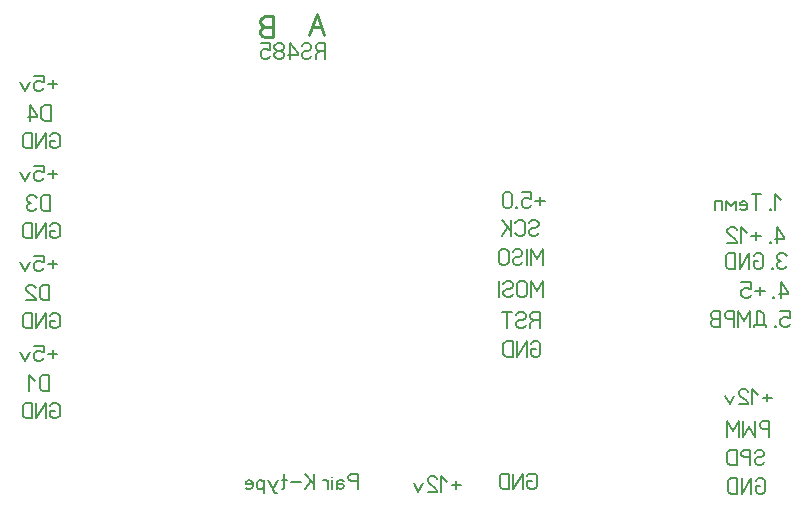
<source format=gbr>
%FSLAX34Y34*%
%MOMM*%
%LNSILK_BOTTOM*%
G71*
G01*
%ADD10C, 0.170*%
%ADD11C, 0.167*%
%ADD12C, 0.222*%
%LPD*%
G54D10*
X538300Y256190D02*
X538300Y269524D01*
X533300Y261190D01*
X528300Y269524D01*
X528300Y256190D01*
G54D10*
X516600Y267024D02*
X516600Y258690D01*
X517600Y257024D01*
X519600Y256190D01*
X521600Y256190D01*
X523600Y257024D01*
X524600Y258690D01*
X524600Y267024D01*
X523600Y268690D01*
X521600Y269524D01*
X519600Y269524D01*
X517600Y268690D01*
X516600Y267024D01*
G54D10*
X512900Y258690D02*
X511900Y257024D01*
X509900Y256190D01*
X507900Y256190D01*
X505900Y257024D01*
X504900Y258690D01*
X504900Y260357D01*
X505900Y262024D01*
X507900Y262857D01*
X509900Y262857D01*
X511900Y263690D01*
X512900Y265357D01*
X512900Y267024D01*
X511900Y268690D01*
X509900Y269524D01*
X507900Y269524D01*
X505900Y268690D01*
X504900Y267024D01*
G54D10*
X501200Y256190D02*
X501200Y269524D01*
G54D10*
X538300Y283178D02*
X538300Y296511D01*
X533300Y288178D01*
X528300Y296511D01*
X528300Y283178D01*
G54D10*
X524600Y283178D02*
X524600Y296511D01*
G54D10*
X520900Y285678D02*
X519900Y284011D01*
X517900Y283178D01*
X515900Y283178D01*
X513900Y284011D01*
X512900Y285678D01*
X512900Y287345D01*
X513900Y289011D01*
X515900Y289845D01*
X517900Y289845D01*
X519900Y290678D01*
X520900Y292345D01*
X520900Y294011D01*
X519900Y295678D01*
X517900Y296511D01*
X515900Y296511D01*
X513900Y295678D01*
X512900Y294011D01*
G54D10*
X501200Y294011D02*
X501200Y285678D01*
X502200Y284011D01*
X504200Y283178D01*
X506200Y283178D01*
X508200Y284011D01*
X509200Y285678D01*
X509200Y294011D01*
X508200Y295678D01*
X506200Y296511D01*
X504200Y296511D01*
X502200Y295678D01*
X501200Y294011D01*
G54D10*
X534656Y310284D02*
X533656Y308618D01*
X531656Y307784D01*
X529656Y307784D01*
X527656Y308618D01*
X526656Y310284D01*
X526656Y311951D01*
X527656Y313618D01*
X529656Y314451D01*
X531656Y314451D01*
X533656Y315284D01*
X534656Y316951D01*
X534656Y318618D01*
X533656Y320284D01*
X531656Y321118D01*
X529656Y321118D01*
X527656Y320284D01*
X526656Y318618D01*
G54D10*
X514956Y310284D02*
X515956Y308618D01*
X517956Y307784D01*
X519956Y307784D01*
X521956Y308618D01*
X522956Y310284D01*
X522956Y318618D01*
X521956Y320284D01*
X519956Y321118D01*
X517956Y321118D01*
X515956Y320284D01*
X514956Y318618D01*
G54D10*
X511256Y307784D02*
X511256Y321118D01*
G54D10*
X511256Y311951D02*
X503256Y321118D01*
G54D10*
X508256Y314451D02*
X503256Y307784D01*
G54D10*
X531450Y236663D02*
X528450Y234997D01*
X527450Y233330D01*
X527450Y229997D01*
G54D10*
X535450Y229997D02*
X535450Y243330D01*
X530450Y243330D01*
X528450Y242497D01*
X527450Y240830D01*
X527450Y239163D01*
X528450Y237497D01*
X530450Y236663D01*
X535450Y236663D01*
G54D10*
X523750Y232497D02*
X522750Y230830D01*
X520750Y229997D01*
X518750Y229997D01*
X516750Y230830D01*
X515750Y232497D01*
X515750Y234163D01*
X516750Y235830D01*
X518750Y236663D01*
X520750Y236663D01*
X522750Y237497D01*
X523750Y239163D01*
X523750Y240830D01*
X522750Y242497D01*
X520750Y243330D01*
X518750Y243330D01*
X516750Y242497D01*
X515750Y240830D01*
G54D10*
X508050Y229997D02*
X508050Y243330D01*
G54D10*
X512050Y243330D02*
X504050Y243330D01*
G54D10*
X532244Y212057D02*
X528244Y212057D01*
X528244Y207890D01*
X529244Y206224D01*
X531244Y205390D01*
X533244Y205390D01*
X535244Y206224D01*
X536244Y207890D01*
X536244Y216224D01*
X535244Y217890D01*
X533244Y218724D01*
X531244Y218724D01*
X529244Y217890D01*
X528244Y216224D01*
G54D10*
X524544Y205390D02*
X524544Y218724D01*
X516544Y205390D01*
X516544Y218724D01*
G54D10*
X512844Y205390D02*
X512844Y218724D01*
X507844Y218724D01*
X505844Y217890D01*
X504844Y216224D01*
X504844Y207890D01*
X505844Y206224D01*
X507844Y205390D01*
X512844Y205390D01*
G54D11*
X539975Y337430D02*
X531975Y337430D01*
G54D11*
X535975Y340763D02*
X535975Y334097D01*
G54D11*
X520308Y344930D02*
X528308Y344930D01*
X528308Y339097D01*
X527308Y339097D01*
X525308Y339930D01*
X523308Y339930D01*
X521308Y339097D01*
X520308Y337430D01*
X520308Y334097D01*
X521308Y332430D01*
X523308Y331597D01*
X525308Y331597D01*
X527308Y332430D01*
X528308Y334097D01*
G54D11*
X515841Y331597D02*
X516641Y331597D01*
X516641Y332263D01*
X515841Y332263D01*
X515841Y331597D01*
X516641Y331597D01*
G54D11*
X504174Y342430D02*
X504174Y334097D01*
X505174Y332430D01*
X507174Y331597D01*
X509174Y331597D01*
X511174Y332430D01*
X512174Y334097D01*
X512174Y342430D01*
X511174Y344097D01*
X509174Y344930D01*
X507174Y344930D01*
X505174Y344097D01*
X504174Y342430D01*
G54D12*
X309787Y476220D02*
X309787Y493998D01*
X303120Y493998D01*
X300454Y492887D01*
X299120Y490665D01*
X299120Y488443D01*
X300454Y486220D01*
X303120Y485109D01*
X300454Y483998D01*
X299120Y481776D01*
X299120Y479554D01*
X300454Y477332D01*
X303120Y476220D01*
X309787Y476220D01*
G54D12*
X309787Y485109D02*
X303120Y485109D01*
G54D12*
X353287Y478443D02*
X346620Y496220D01*
X339954Y478443D01*
G54D12*
X350620Y485109D02*
X342620Y485109D01*
G54D11*
X739912Y338343D02*
X734912Y343343D01*
X734912Y330009D01*
G54D11*
X730446Y330009D02*
X731246Y330009D01*
X731246Y330676D01*
X730446Y330676D01*
X730446Y330009D01*
X731246Y330009D01*
G54D11*
X718912Y330009D02*
X718912Y343343D01*
G54D11*
X722912Y343343D02*
X714912Y343343D01*
G54D11*
X705244Y330843D02*
X706844Y330009D01*
X708844Y330009D01*
X710844Y330843D01*
X711244Y332509D01*
X711244Y335343D01*
X710244Y337009D01*
X708244Y337509D01*
X706244Y337009D01*
X705244Y335843D01*
X705244Y334176D01*
X711244Y334176D01*
G54D11*
X701578Y330009D02*
X701578Y337509D01*
X697578Y333343D01*
X693578Y337509D01*
X693578Y330009D01*
G54D11*
X689910Y330009D02*
X689910Y337509D01*
X683910Y337509D01*
X683910Y330009D01*
G54D11*
X739381Y244124D02*
X747381Y244124D01*
X747381Y238290D01*
X746381Y238290D01*
X744381Y239124D01*
X742381Y239124D01*
X740381Y238290D01*
X739381Y236624D01*
X739381Y233290D01*
X740381Y231624D01*
X742381Y230790D01*
X744381Y230790D01*
X746381Y231624D01*
X747381Y233290D01*
G54D11*
X734914Y230790D02*
X735714Y230790D01*
X735714Y231457D01*
X734914Y231457D01*
X734914Y230790D01*
X735714Y230790D01*
G54D11*
X727380Y230790D02*
X727380Y232457D01*
X717380Y232457D01*
X717380Y230790D01*
G54D11*
X725380Y232457D02*
X725380Y241624D01*
X722380Y244124D01*
X719380Y244124D01*
X719380Y232457D01*
G54D11*
X713713Y230790D02*
X713713Y244124D01*
X708713Y235790D01*
X703713Y244124D01*
X703713Y230790D01*
G54D11*
X700046Y230790D02*
X700046Y244124D01*
X695046Y244124D01*
X693046Y243290D01*
X692046Y241624D01*
X692046Y239957D01*
X693046Y238290D01*
X695046Y237457D01*
X700046Y237457D01*
G54D11*
X688379Y230790D02*
X688379Y244124D01*
X683379Y244124D01*
X681379Y243290D01*
X680379Y241624D01*
X680379Y239957D01*
X681379Y238290D01*
X683379Y237457D01*
X681379Y236624D01*
X680379Y234957D01*
X680379Y233290D01*
X681379Y231624D01*
X683379Y230790D01*
X688379Y230790D01*
G54D11*
X688379Y237457D02*
X683379Y237457D01*
G54D11*
X744603Y290836D02*
X743603Y292503D01*
X741603Y293336D01*
X739603Y293336D01*
X737603Y292503D01*
X736603Y290836D01*
X736603Y289170D01*
X737603Y287503D01*
X739603Y286670D01*
X737603Y285836D01*
X736603Y284170D01*
X736603Y282503D01*
X737603Y280836D01*
X739603Y280003D01*
X741603Y280003D01*
X743603Y280836D01*
X744603Y282503D01*
G54D11*
X732136Y280003D02*
X732936Y280003D01*
X732936Y280670D01*
X732136Y280670D01*
X732136Y280003D01*
X732936Y280003D01*
G54D11*
X720602Y286670D02*
X716602Y286670D01*
X716602Y282503D01*
X717602Y280836D01*
X719602Y280003D01*
X721602Y280003D01*
X723602Y280836D01*
X724602Y282503D01*
X724602Y290836D01*
X723602Y292503D01*
X721602Y293336D01*
X719602Y293336D01*
X717602Y292503D01*
X716602Y290836D01*
G54D11*
X712935Y280003D02*
X712935Y293336D01*
X704935Y280003D01*
X704935Y293336D01*
G54D11*
X701268Y280003D02*
X701268Y293336D01*
X696268Y293336D01*
X694268Y292503D01*
X693268Y290836D01*
X693268Y282503D01*
X694268Y280836D01*
X696268Y280003D01*
X701268Y280003D01*
G54D11*
X739953Y255397D02*
X739953Y268730D01*
X745953Y260397D01*
X745953Y258730D01*
X737953Y258730D01*
G54D11*
X733486Y255397D02*
X734286Y255397D01*
X734286Y256063D01*
X733486Y256063D01*
X733486Y255397D01*
X734286Y255397D01*
G54D11*
X725952Y261230D02*
X717952Y261230D01*
G54D11*
X721952Y264563D02*
X721952Y257897D01*
G54D11*
X706285Y268730D02*
X714285Y268730D01*
X714285Y262897D01*
X713285Y262897D01*
X711285Y263730D01*
X709285Y263730D01*
X707285Y262897D01*
X706285Y261230D01*
X706285Y257897D01*
X707285Y256230D01*
X709285Y255397D01*
X711285Y255397D01*
X713285Y256230D01*
X714285Y257897D01*
G54D11*
X736778Y302228D02*
X736778Y315561D01*
X742778Y307228D01*
X742778Y305561D01*
X734778Y305561D01*
G54D11*
X730311Y302228D02*
X731111Y302228D01*
X731111Y302895D01*
X730311Y302895D01*
X730311Y302228D01*
X731111Y302228D01*
G54D11*
X722777Y308061D02*
X714777Y308061D01*
G54D11*
X718777Y311395D02*
X718777Y304728D01*
G54D11*
X711110Y310561D02*
X706110Y315561D01*
X706110Y302228D01*
G54D11*
X694443Y302228D02*
X702443Y302228D01*
X702443Y303061D01*
X701443Y304728D01*
X695443Y309728D01*
X694443Y311395D01*
X694443Y313061D01*
X695443Y314728D01*
X697443Y315561D01*
X699443Y315561D01*
X701443Y314728D01*
X702443Y313061D01*
G54D11*
X732372Y171139D02*
X724372Y171139D01*
G54D11*
X728372Y174473D02*
X728372Y167806D01*
G54D11*
X720705Y173639D02*
X715705Y178639D01*
X715705Y165306D01*
G54D11*
X704038Y165306D02*
X712038Y165306D01*
X712038Y166139D01*
X711038Y167806D01*
X705038Y172806D01*
X704038Y174473D01*
X704038Y176139D01*
X705038Y177806D01*
X707038Y178639D01*
X709038Y178639D01*
X711038Y177806D01*
X712038Y176139D01*
G54D11*
X700371Y172806D02*
X696371Y165306D01*
X692371Y172806D01*
G54D11*
X722347Y96170D02*
X718347Y96170D01*
X718347Y92003D01*
X719347Y90336D01*
X721347Y89503D01*
X723347Y89503D01*
X725347Y90336D01*
X726347Y92003D01*
X726347Y100336D01*
X725347Y102003D01*
X723347Y102836D01*
X721347Y102836D01*
X719347Y102003D01*
X718347Y100336D01*
G54D11*
X714680Y89503D02*
X714680Y102836D01*
X706680Y89503D01*
X706680Y102836D01*
G54D11*
X703013Y89503D02*
X703013Y102836D01*
X698013Y102836D01*
X696013Y102003D01*
X695013Y100336D01*
X695013Y92003D01*
X696013Y90336D01*
X698013Y89503D01*
X703013Y89503D01*
G54D11*
X725712Y116212D02*
X724712Y114546D01*
X722712Y113712D01*
X720712Y113712D01*
X718712Y114546D01*
X717712Y116212D01*
X717712Y117879D01*
X718712Y119546D01*
X720712Y120379D01*
X722712Y120379D01*
X724712Y121212D01*
X725712Y122879D01*
X725712Y124546D01*
X724712Y126212D01*
X722712Y127046D01*
X720712Y127046D01*
X718712Y126212D01*
X717712Y124546D01*
G54D11*
X714046Y113712D02*
X714046Y127046D01*
X709046Y127046D01*
X707046Y126212D01*
X706046Y124546D01*
X706046Y122879D01*
X707046Y121212D01*
X709046Y120379D01*
X714046Y120379D01*
G54D11*
X702378Y113712D02*
X702378Y127046D01*
X697378Y127046D01*
X695378Y126212D01*
X694378Y124546D01*
X694378Y116212D01*
X695378Y114546D01*
X697378Y113712D01*
X702378Y113712D01*
G54D11*
X729681Y137525D02*
X729681Y150858D01*
X724681Y150858D01*
X722681Y150025D01*
X721681Y148358D01*
X721681Y146692D01*
X722681Y145025D01*
X724681Y144192D01*
X729681Y144192D01*
G54D11*
X718014Y150858D02*
X718014Y137525D01*
X713014Y145858D01*
X708014Y137525D01*
X708014Y150858D01*
G54D11*
X704347Y137525D02*
X704347Y150858D01*
X699347Y142525D01*
X694347Y150858D01*
X694347Y137525D01*
G54D11*
X349912Y464342D02*
X346912Y462675D01*
X345912Y461008D01*
X345912Y457675D01*
G54D11*
X353912Y457675D02*
X353912Y471008D01*
X348912Y471008D01*
X346912Y470175D01*
X345912Y468508D01*
X345912Y466842D01*
X346912Y465175D01*
X348912Y464342D01*
X353912Y464342D01*
G54D11*
X342245Y460175D02*
X341245Y458508D01*
X339245Y457675D01*
X337245Y457675D01*
X335245Y458508D01*
X334245Y460175D01*
X334245Y461842D01*
X335245Y463508D01*
X337245Y464342D01*
X339245Y464342D01*
X341245Y465175D01*
X342245Y466842D01*
X342245Y468508D01*
X341245Y470175D01*
X339245Y471008D01*
X337245Y471008D01*
X335245Y470175D01*
X334245Y468508D01*
G54D11*
X324578Y457675D02*
X324578Y471008D01*
X330578Y462675D01*
X330578Y461008D01*
X322578Y461008D01*
G54D11*
X313911Y464342D02*
X315911Y464342D01*
X317911Y465175D01*
X318911Y466842D01*
X318911Y468508D01*
X317911Y470175D01*
X315911Y471008D01*
X313911Y471008D01*
X311911Y470175D01*
X310911Y468508D01*
X310911Y466842D01*
X311911Y465175D01*
X313911Y464342D01*
X311911Y463508D01*
X310911Y461842D01*
X310911Y460175D01*
X311911Y458508D01*
X313911Y457675D01*
X315911Y457675D01*
X317911Y458508D01*
X318911Y460175D01*
X318911Y461842D01*
X317911Y463508D01*
X315911Y464342D01*
G54D11*
X299244Y471008D02*
X307244Y471008D01*
X307244Y465175D01*
X306244Y465175D01*
X304244Y466008D01*
X302244Y466008D01*
X300244Y465175D01*
X299244Y463508D01*
X299244Y460175D01*
X300244Y458508D01*
X302244Y457675D01*
X304244Y457675D01*
X306244Y458508D01*
X307244Y460175D01*
G54D11*
X381369Y93428D02*
X381369Y106761D01*
X376369Y106761D01*
X374369Y105928D01*
X373369Y104261D01*
X373369Y102594D01*
X374369Y100928D01*
X376369Y100094D01*
X381369Y100094D01*
G54D11*
X369702Y100094D02*
X367702Y100928D01*
X365302Y100928D01*
X363702Y99261D01*
X363702Y93428D01*
G54D11*
X363702Y95928D02*
X364702Y97594D01*
X366702Y97928D01*
X368702Y97594D01*
X369702Y95928D01*
X369302Y94261D01*
X367702Y93428D01*
X366702Y93428D01*
X366302Y93428D01*
X364702Y94261D01*
X363702Y95928D01*
G54D11*
X360035Y93428D02*
X360035Y100928D01*
G54D11*
X360035Y103428D02*
X360035Y103428D01*
G54D11*
X356368Y93428D02*
X356368Y100928D01*
G54D11*
X356368Y99261D02*
X354368Y100928D01*
X352368Y100928D01*
G54D11*
X344834Y93428D02*
X344834Y106761D01*
G54D11*
X344834Y97594D02*
X336834Y106761D01*
G54D11*
X341834Y100094D02*
X336834Y93428D01*
G54D11*
X333167Y99261D02*
X325167Y99261D01*
G54D11*
X319500Y106761D02*
X319500Y94261D01*
X318500Y93428D01*
X317500Y93761D01*
G54D11*
X321500Y100928D02*
X317500Y100928D01*
G54D11*
X313833Y100928D02*
X309833Y93428D01*
X305833Y100928D01*
G54D11*
X309833Y93428D02*
X310833Y90928D01*
X311833Y90094D01*
X312833Y90094D01*
G54D11*
X302166Y100928D02*
X302166Y90094D01*
G54D11*
X302166Y95928D02*
X301166Y93761D01*
X299166Y93428D01*
X297166Y93761D01*
X296166Y95428D01*
X296166Y98761D01*
X297166Y100428D01*
X299166Y100928D01*
X301166Y100428D01*
X302166Y98428D01*
G54D11*
X286499Y94261D02*
X288099Y93428D01*
X290099Y93428D01*
X292099Y94261D01*
X292499Y95928D01*
X292499Y98761D01*
X291499Y100428D01*
X289499Y100928D01*
X287499Y100428D01*
X286499Y99261D01*
X286499Y97594D01*
X292499Y97594D01*
G54D11*
X127138Y436252D02*
X119138Y436252D01*
G54D11*
X123138Y439585D02*
X123138Y432919D01*
G54D11*
X107470Y443752D02*
X115470Y443752D01*
X115470Y437919D01*
X114470Y437919D01*
X112470Y438752D01*
X110470Y438752D01*
X108470Y437919D01*
X107470Y436252D01*
X107470Y432919D01*
X108470Y431252D01*
X110470Y430419D01*
X112470Y430419D01*
X114470Y431252D01*
X115470Y432919D01*
G54D11*
X103804Y437919D02*
X99804Y430419D01*
X95804Y437919D01*
G54D11*
X125050Y388666D02*
X121050Y388666D01*
X121050Y384500D01*
X122050Y382833D01*
X124050Y382000D01*
X126050Y382000D01*
X128050Y382833D01*
X129050Y384500D01*
X129050Y392833D01*
X128050Y394500D01*
X126050Y395333D01*
X124050Y395333D01*
X122050Y394500D01*
X121050Y392833D01*
G54D11*
X117383Y382000D02*
X117383Y395333D01*
X109383Y382000D01*
X109383Y395333D01*
G54D11*
X105716Y382000D02*
X105716Y395333D01*
X100716Y395333D01*
X98716Y394500D01*
X97716Y392833D01*
X97716Y384500D01*
X98716Y382833D01*
X100716Y382000D01*
X105716Y382000D01*
G54D11*
X127138Y360052D02*
X119138Y360052D01*
G54D11*
X123138Y363385D02*
X123138Y356719D01*
G54D11*
X107470Y367552D02*
X115470Y367552D01*
X115470Y361719D01*
X114470Y361719D01*
X112470Y362552D01*
X110470Y362552D01*
X108470Y361719D01*
X107470Y360052D01*
X107470Y356719D01*
X108470Y355052D01*
X110470Y354219D01*
X112470Y354219D01*
X114470Y355052D01*
X115470Y356719D01*
G54D11*
X103804Y361719D02*
X99804Y354219D01*
X95804Y361719D01*
G54D11*
X125050Y312466D02*
X121050Y312466D01*
X121050Y308300D01*
X122050Y306633D01*
X124050Y305800D01*
X126050Y305800D01*
X128050Y306633D01*
X129050Y308300D01*
X129050Y316633D01*
X128050Y318300D01*
X126050Y319133D01*
X124050Y319133D01*
X122050Y318300D01*
X121050Y316633D01*
G54D11*
X117383Y305800D02*
X117383Y319133D01*
X109383Y305800D01*
X109383Y319133D01*
G54D11*
X105716Y305800D02*
X105716Y319133D01*
X100716Y319133D01*
X98716Y318300D01*
X97716Y316633D01*
X97716Y308300D01*
X98716Y306633D01*
X100716Y305800D01*
X105716Y305800D01*
G54D11*
X127138Y283852D02*
X119138Y283852D01*
G54D11*
X123138Y287185D02*
X123138Y280519D01*
G54D11*
X107470Y291352D02*
X115470Y291352D01*
X115470Y285519D01*
X114470Y285519D01*
X112470Y286352D01*
X110470Y286352D01*
X108470Y285519D01*
X107470Y283852D01*
X107470Y280519D01*
X108470Y278852D01*
X110470Y278019D01*
X112470Y278019D01*
X114470Y278852D01*
X115470Y280519D01*
G54D11*
X103804Y285519D02*
X99804Y278019D01*
X95804Y285519D01*
G54D11*
X125050Y236266D02*
X121050Y236266D01*
X121050Y232100D01*
X122050Y230433D01*
X124050Y229600D01*
X126050Y229600D01*
X128050Y230433D01*
X129050Y232100D01*
X129050Y240433D01*
X128050Y242100D01*
X126050Y242933D01*
X124050Y242933D01*
X122050Y242100D01*
X121050Y240433D01*
G54D11*
X117383Y229600D02*
X117383Y242933D01*
X109383Y229600D01*
X109383Y242933D01*
G54D11*
X105716Y229600D02*
X105716Y242933D01*
X100716Y242933D01*
X98716Y242100D01*
X97716Y240433D01*
X97716Y232100D01*
X98716Y230433D01*
X100716Y229600D01*
X105716Y229600D01*
G54D11*
X127138Y207652D02*
X119138Y207652D01*
G54D11*
X123138Y210985D02*
X123138Y204319D01*
G54D11*
X107470Y215152D02*
X115470Y215152D01*
X115470Y209319D01*
X114470Y209319D01*
X112470Y210152D01*
X110470Y210152D01*
X108470Y209319D01*
X107470Y207652D01*
X107470Y204319D01*
X108470Y202652D01*
X110470Y201819D01*
X112470Y201819D01*
X114470Y202652D01*
X115470Y204319D01*
G54D11*
X103804Y209319D02*
X99804Y201819D01*
X95804Y209319D01*
G54D11*
X125050Y160066D02*
X121050Y160066D01*
X121050Y155900D01*
X122050Y154233D01*
X124050Y153400D01*
X126050Y153400D01*
X128050Y154233D01*
X129050Y155900D01*
X129050Y164233D01*
X128050Y165900D01*
X126050Y166733D01*
X124050Y166733D01*
X122050Y165900D01*
X121050Y164233D01*
G54D11*
X117383Y153400D02*
X117383Y166733D01*
X109383Y153400D01*
X109383Y166733D01*
G54D11*
X105716Y153400D02*
X105716Y166733D01*
X100716Y166733D01*
X98716Y165900D01*
X97716Y164233D01*
X97716Y155900D01*
X98716Y154233D01*
X100716Y153400D01*
X105716Y153400D01*
G54D11*
X120081Y176816D02*
X120081Y190149D01*
X115081Y190149D01*
X113081Y189316D01*
X112081Y187649D01*
X112081Y179316D01*
X113081Y177649D01*
X115081Y176816D01*
X120081Y176816D01*
G54D11*
X108414Y185149D02*
X103414Y190149D01*
X103414Y176816D01*
G54D11*
X468922Y96797D02*
X460922Y96797D01*
G54D11*
X464922Y100130D02*
X464922Y93463D01*
G54D11*
X457254Y99297D02*
X452254Y104297D01*
X452254Y90963D01*
G54D11*
X440588Y90963D02*
X448588Y90963D01*
X448588Y91797D01*
X447588Y93463D01*
X441588Y98463D01*
X440588Y100130D01*
X440588Y101797D01*
X441588Y103463D01*
X443588Y104297D01*
X445588Y104297D01*
X447588Y103463D01*
X448588Y101797D01*
G54D11*
X436920Y98463D02*
X432920Y90963D01*
X428920Y98463D01*
G54D10*
X529069Y100138D02*
X525069Y100138D01*
X525069Y95972D01*
X526069Y94305D01*
X528069Y93472D01*
X530069Y93472D01*
X532069Y94305D01*
X533069Y95972D01*
X533069Y104305D01*
X532069Y105972D01*
X530069Y106805D01*
X528069Y106805D01*
X526069Y105972D01*
X525069Y104305D01*
G54D10*
X521369Y93472D02*
X521369Y106805D01*
X513369Y93472D01*
X513369Y106805D01*
G54D10*
X509669Y93472D02*
X509669Y106805D01*
X504669Y106805D01*
X502669Y105972D01*
X501669Y104305D01*
X501669Y95972D01*
X502669Y94305D01*
X504669Y93472D01*
X509669Y93472D01*
G54D11*
X120478Y253412D02*
X120478Y266746D01*
X115478Y266746D01*
X113478Y265912D01*
X112478Y264246D01*
X112478Y255912D01*
X113478Y254246D01*
X115478Y253412D01*
X120478Y253412D01*
G54D11*
X100811Y253412D02*
X108811Y253412D01*
X108811Y254246D01*
X107811Y255912D01*
X101811Y260912D01*
X100811Y262579D01*
X100811Y264246D01*
X101811Y265912D01*
X103811Y266746D01*
X105811Y266746D01*
X107811Y265912D01*
X108811Y264246D01*
G54D11*
X121272Y329216D02*
X121272Y342549D01*
X116272Y342549D01*
X114272Y341716D01*
X113272Y340049D01*
X113272Y331716D01*
X114272Y330049D01*
X116272Y329216D01*
X121272Y329216D01*
G54D11*
X109605Y340049D02*
X108605Y341716D01*
X106605Y342549D01*
X104605Y342549D01*
X102605Y341716D01*
X101605Y340049D01*
X101605Y338382D01*
X102605Y336716D01*
X104605Y335882D01*
X102605Y335049D01*
X101605Y333382D01*
X101605Y331716D01*
X102605Y330049D01*
X104605Y329216D01*
X106605Y329216D01*
X108605Y330049D01*
X109605Y331716D01*
G54D11*
X121669Y405416D02*
X121669Y418749D01*
X116669Y418749D01*
X114669Y417916D01*
X113669Y416249D01*
X113669Y407916D01*
X114669Y406249D01*
X116669Y405416D01*
X121669Y405416D01*
G54D11*
X104002Y405416D02*
X104002Y418749D01*
X110002Y410416D01*
X110002Y408749D01*
X102002Y408749D01*
M02*

</source>
